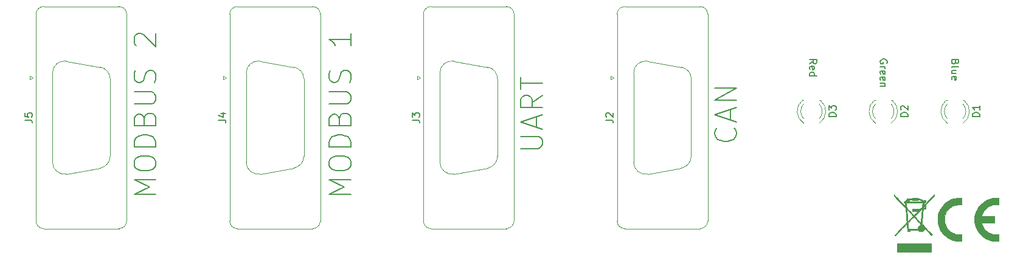
<source format=gbr>
%TF.GenerationSoftware,KiCad,Pcbnew,7.0.10*%
%TF.CreationDate,2024-07-06T13:48:58+02:00*%
%TF.ProjectId,OverlordInterface,4f766572-6c6f-4726-9449-6e7465726661,rev?*%
%TF.SameCoordinates,Original*%
%TF.FileFunction,Legend,Top*%
%TF.FilePolarity,Positive*%
%FSLAX46Y46*%
G04 Gerber Fmt 4.6, Leading zero omitted, Abs format (unit mm)*
G04 Created by KiCad (PCBNEW 7.0.10) date 2024-07-06 13:48:58*
%MOMM*%
%LPD*%
G01*
G04 APERTURE LIST*
%ADD10C,0.150000*%
%ADD11C,0.120000*%
%ADD12C,0.010000*%
%ADD13R,1.800000X1.800000*%
%ADD14C,1.800000*%
%ADD15C,4.000000*%
%ADD16R,1.600000X1.600000*%
%ADD17C,1.600000*%
G04 APERTURE END LIST*
D10*
X161365057Y-97524173D02*
X163793628Y-97524173D01*
X163793628Y-97524173D02*
X164079342Y-97381316D01*
X164079342Y-97381316D02*
X164222200Y-97238459D01*
X164222200Y-97238459D02*
X164365057Y-96952744D01*
X164365057Y-96952744D02*
X164365057Y-96381316D01*
X164365057Y-96381316D02*
X164222200Y-96095601D01*
X164222200Y-96095601D02*
X164079342Y-95952744D01*
X164079342Y-95952744D02*
X163793628Y-95809887D01*
X163793628Y-95809887D02*
X161365057Y-95809887D01*
X163507914Y-94524173D02*
X163507914Y-93095602D01*
X164365057Y-94809887D02*
X161365057Y-93809887D01*
X161365057Y-93809887D02*
X164365057Y-92809887D01*
X164365057Y-90095601D02*
X162936485Y-91095601D01*
X164365057Y-91809887D02*
X161365057Y-91809887D01*
X161365057Y-91809887D02*
X161365057Y-90667030D01*
X161365057Y-90667030D02*
X161507914Y-90381315D01*
X161507914Y-90381315D02*
X161650771Y-90238458D01*
X161650771Y-90238458D02*
X161936485Y-90095601D01*
X161936485Y-90095601D02*
X162365057Y-90095601D01*
X162365057Y-90095601D02*
X162650771Y-90238458D01*
X162650771Y-90238458D02*
X162793628Y-90381315D01*
X162793628Y-90381315D02*
X162936485Y-90667030D01*
X162936485Y-90667030D02*
X162936485Y-91809887D01*
X161365057Y-89238458D02*
X161365057Y-87524173D01*
X164365057Y-88381315D02*
X161365057Y-88381315D01*
X191099342Y-94667030D02*
X191242200Y-94809887D01*
X191242200Y-94809887D02*
X191385057Y-95238459D01*
X191385057Y-95238459D02*
X191385057Y-95524173D01*
X191385057Y-95524173D02*
X191242200Y-95952744D01*
X191242200Y-95952744D02*
X190956485Y-96238459D01*
X190956485Y-96238459D02*
X190670771Y-96381316D01*
X190670771Y-96381316D02*
X190099342Y-96524173D01*
X190099342Y-96524173D02*
X189670771Y-96524173D01*
X189670771Y-96524173D02*
X189099342Y-96381316D01*
X189099342Y-96381316D02*
X188813628Y-96238459D01*
X188813628Y-96238459D02*
X188527914Y-95952744D01*
X188527914Y-95952744D02*
X188385057Y-95524173D01*
X188385057Y-95524173D02*
X188385057Y-95238459D01*
X188385057Y-95238459D02*
X188527914Y-94809887D01*
X188527914Y-94809887D02*
X188670771Y-94667030D01*
X190527914Y-93524173D02*
X190527914Y-92095602D01*
X191385057Y-93809887D02*
X188385057Y-92809887D01*
X188385057Y-92809887D02*
X191385057Y-91809887D01*
X191385057Y-90809887D02*
X188385057Y-90809887D01*
X188385057Y-90809887D02*
X191385057Y-89095601D01*
X191385057Y-89095601D02*
X188385057Y-89095601D01*
X221863990Y-85430112D02*
X221816371Y-85572969D01*
X221816371Y-85572969D02*
X221768752Y-85620588D01*
X221768752Y-85620588D02*
X221673514Y-85668207D01*
X221673514Y-85668207D02*
X221530657Y-85668207D01*
X221530657Y-85668207D02*
X221435419Y-85620588D01*
X221435419Y-85620588D02*
X221387800Y-85572969D01*
X221387800Y-85572969D02*
X221340180Y-85477731D01*
X221340180Y-85477731D02*
X221340180Y-85096779D01*
X221340180Y-85096779D02*
X222340180Y-85096779D01*
X222340180Y-85096779D02*
X222340180Y-85430112D01*
X222340180Y-85430112D02*
X222292561Y-85525350D01*
X222292561Y-85525350D02*
X222244942Y-85572969D01*
X222244942Y-85572969D02*
X222149704Y-85620588D01*
X222149704Y-85620588D02*
X222054466Y-85620588D01*
X222054466Y-85620588D02*
X221959228Y-85572969D01*
X221959228Y-85572969D02*
X221911609Y-85525350D01*
X221911609Y-85525350D02*
X221863990Y-85430112D01*
X221863990Y-85430112D02*
X221863990Y-85096779D01*
X221340180Y-86239636D02*
X221387800Y-86144398D01*
X221387800Y-86144398D02*
X221483038Y-86096779D01*
X221483038Y-86096779D02*
X222340180Y-86096779D01*
X222006847Y-87049160D02*
X221340180Y-87049160D01*
X222006847Y-86620589D02*
X221483038Y-86620589D01*
X221483038Y-86620589D02*
X221387800Y-86668208D01*
X221387800Y-86668208D02*
X221340180Y-86763446D01*
X221340180Y-86763446D02*
X221340180Y-86906303D01*
X221340180Y-86906303D02*
X221387800Y-87001541D01*
X221387800Y-87001541D02*
X221435419Y-87049160D01*
X221387800Y-87906303D02*
X221340180Y-87811065D01*
X221340180Y-87811065D02*
X221340180Y-87620589D01*
X221340180Y-87620589D02*
X221387800Y-87525351D01*
X221387800Y-87525351D02*
X221483038Y-87477732D01*
X221483038Y-87477732D02*
X221863990Y-87477732D01*
X221863990Y-87477732D02*
X221959228Y-87525351D01*
X221959228Y-87525351D02*
X222006847Y-87620589D01*
X222006847Y-87620589D02*
X222006847Y-87811065D01*
X222006847Y-87811065D02*
X221959228Y-87906303D01*
X221959228Y-87906303D02*
X221863990Y-87953922D01*
X221863990Y-87953922D02*
X221768752Y-87953922D01*
X221768752Y-87953922D02*
X221673514Y-87477732D01*
X212352561Y-85620588D02*
X212400180Y-85525350D01*
X212400180Y-85525350D02*
X212400180Y-85382493D01*
X212400180Y-85382493D02*
X212352561Y-85239636D01*
X212352561Y-85239636D02*
X212257323Y-85144398D01*
X212257323Y-85144398D02*
X212162085Y-85096779D01*
X212162085Y-85096779D02*
X211971609Y-85049160D01*
X211971609Y-85049160D02*
X211828752Y-85049160D01*
X211828752Y-85049160D02*
X211638276Y-85096779D01*
X211638276Y-85096779D02*
X211543038Y-85144398D01*
X211543038Y-85144398D02*
X211447800Y-85239636D01*
X211447800Y-85239636D02*
X211400180Y-85382493D01*
X211400180Y-85382493D02*
X211400180Y-85477731D01*
X211400180Y-85477731D02*
X211447800Y-85620588D01*
X211447800Y-85620588D02*
X211495419Y-85668207D01*
X211495419Y-85668207D02*
X211828752Y-85668207D01*
X211828752Y-85668207D02*
X211828752Y-85477731D01*
X211400180Y-86096779D02*
X212066847Y-86096779D01*
X211876371Y-86096779D02*
X211971609Y-86144398D01*
X211971609Y-86144398D02*
X212019228Y-86192017D01*
X212019228Y-86192017D02*
X212066847Y-86287255D01*
X212066847Y-86287255D02*
X212066847Y-86382493D01*
X211447800Y-87096779D02*
X211400180Y-87001541D01*
X211400180Y-87001541D02*
X211400180Y-86811065D01*
X211400180Y-86811065D02*
X211447800Y-86715827D01*
X211447800Y-86715827D02*
X211543038Y-86668208D01*
X211543038Y-86668208D02*
X211923990Y-86668208D01*
X211923990Y-86668208D02*
X212019228Y-86715827D01*
X212019228Y-86715827D02*
X212066847Y-86811065D01*
X212066847Y-86811065D02*
X212066847Y-87001541D01*
X212066847Y-87001541D02*
X212019228Y-87096779D01*
X212019228Y-87096779D02*
X211923990Y-87144398D01*
X211923990Y-87144398D02*
X211828752Y-87144398D01*
X211828752Y-87144398D02*
X211733514Y-86668208D01*
X211447800Y-87953922D02*
X211400180Y-87858684D01*
X211400180Y-87858684D02*
X211400180Y-87668208D01*
X211400180Y-87668208D02*
X211447800Y-87572970D01*
X211447800Y-87572970D02*
X211543038Y-87525351D01*
X211543038Y-87525351D02*
X211923990Y-87525351D01*
X211923990Y-87525351D02*
X212019228Y-87572970D01*
X212019228Y-87572970D02*
X212066847Y-87668208D01*
X212066847Y-87668208D02*
X212066847Y-87858684D01*
X212066847Y-87858684D02*
X212019228Y-87953922D01*
X212019228Y-87953922D02*
X211923990Y-88001541D01*
X211923990Y-88001541D02*
X211828752Y-88001541D01*
X211828752Y-88001541D02*
X211733514Y-87525351D01*
X212066847Y-88430113D02*
X211400180Y-88430113D01*
X211971609Y-88430113D02*
X212019228Y-88477732D01*
X212019228Y-88477732D02*
X212066847Y-88572970D01*
X212066847Y-88572970D02*
X212066847Y-88715827D01*
X212066847Y-88715827D02*
X212019228Y-88811065D01*
X212019228Y-88811065D02*
X211923990Y-88858684D01*
X211923990Y-88858684D02*
X211400180Y-88858684D01*
X137685057Y-103881316D02*
X134685057Y-103881316D01*
X134685057Y-103881316D02*
X136827914Y-102881316D01*
X136827914Y-102881316D02*
X134685057Y-101881316D01*
X134685057Y-101881316D02*
X137685057Y-101881316D01*
X134685057Y-99881316D02*
X134685057Y-99309888D01*
X134685057Y-99309888D02*
X134827914Y-99024173D01*
X134827914Y-99024173D02*
X135113628Y-98738459D01*
X135113628Y-98738459D02*
X135685057Y-98595602D01*
X135685057Y-98595602D02*
X136685057Y-98595602D01*
X136685057Y-98595602D02*
X137256485Y-98738459D01*
X137256485Y-98738459D02*
X137542200Y-99024173D01*
X137542200Y-99024173D02*
X137685057Y-99309888D01*
X137685057Y-99309888D02*
X137685057Y-99881316D01*
X137685057Y-99881316D02*
X137542200Y-100167031D01*
X137542200Y-100167031D02*
X137256485Y-100452745D01*
X137256485Y-100452745D02*
X136685057Y-100595602D01*
X136685057Y-100595602D02*
X135685057Y-100595602D01*
X135685057Y-100595602D02*
X135113628Y-100452745D01*
X135113628Y-100452745D02*
X134827914Y-100167031D01*
X134827914Y-100167031D02*
X134685057Y-99881316D01*
X137685057Y-97309888D02*
X134685057Y-97309888D01*
X134685057Y-97309888D02*
X134685057Y-96595602D01*
X134685057Y-96595602D02*
X134827914Y-96167031D01*
X134827914Y-96167031D02*
X135113628Y-95881316D01*
X135113628Y-95881316D02*
X135399342Y-95738459D01*
X135399342Y-95738459D02*
X135970771Y-95595602D01*
X135970771Y-95595602D02*
X136399342Y-95595602D01*
X136399342Y-95595602D02*
X136970771Y-95738459D01*
X136970771Y-95738459D02*
X137256485Y-95881316D01*
X137256485Y-95881316D02*
X137542200Y-96167031D01*
X137542200Y-96167031D02*
X137685057Y-96595602D01*
X137685057Y-96595602D02*
X137685057Y-97309888D01*
X136113628Y-93309888D02*
X136256485Y-92881316D01*
X136256485Y-92881316D02*
X136399342Y-92738459D01*
X136399342Y-92738459D02*
X136685057Y-92595602D01*
X136685057Y-92595602D02*
X137113628Y-92595602D01*
X137113628Y-92595602D02*
X137399342Y-92738459D01*
X137399342Y-92738459D02*
X137542200Y-92881316D01*
X137542200Y-92881316D02*
X137685057Y-93167031D01*
X137685057Y-93167031D02*
X137685057Y-94309888D01*
X137685057Y-94309888D02*
X134685057Y-94309888D01*
X134685057Y-94309888D02*
X134685057Y-93309888D01*
X134685057Y-93309888D02*
X134827914Y-93024174D01*
X134827914Y-93024174D02*
X134970771Y-92881316D01*
X134970771Y-92881316D02*
X135256485Y-92738459D01*
X135256485Y-92738459D02*
X135542200Y-92738459D01*
X135542200Y-92738459D02*
X135827914Y-92881316D01*
X135827914Y-92881316D02*
X135970771Y-93024174D01*
X135970771Y-93024174D02*
X136113628Y-93309888D01*
X136113628Y-93309888D02*
X136113628Y-94309888D01*
X134685057Y-91309888D02*
X137113628Y-91309888D01*
X137113628Y-91309888D02*
X137399342Y-91167031D01*
X137399342Y-91167031D02*
X137542200Y-91024174D01*
X137542200Y-91024174D02*
X137685057Y-90738459D01*
X137685057Y-90738459D02*
X137685057Y-90167031D01*
X137685057Y-90167031D02*
X137542200Y-89881316D01*
X137542200Y-89881316D02*
X137399342Y-89738459D01*
X137399342Y-89738459D02*
X137113628Y-89595602D01*
X137113628Y-89595602D02*
X134685057Y-89595602D01*
X137542200Y-88309888D02*
X137685057Y-87881317D01*
X137685057Y-87881317D02*
X137685057Y-87167031D01*
X137685057Y-87167031D02*
X137542200Y-86881317D01*
X137542200Y-86881317D02*
X137399342Y-86738459D01*
X137399342Y-86738459D02*
X137113628Y-86595602D01*
X137113628Y-86595602D02*
X136827914Y-86595602D01*
X136827914Y-86595602D02*
X136542200Y-86738459D01*
X136542200Y-86738459D02*
X136399342Y-86881317D01*
X136399342Y-86881317D02*
X136256485Y-87167031D01*
X136256485Y-87167031D02*
X136113628Y-87738459D01*
X136113628Y-87738459D02*
X135970771Y-88024174D01*
X135970771Y-88024174D02*
X135827914Y-88167031D01*
X135827914Y-88167031D02*
X135542200Y-88309888D01*
X135542200Y-88309888D02*
X135256485Y-88309888D01*
X135256485Y-88309888D02*
X134970771Y-88167031D01*
X134970771Y-88167031D02*
X134827914Y-88024174D01*
X134827914Y-88024174D02*
X134685057Y-87738459D01*
X134685057Y-87738459D02*
X134685057Y-87024174D01*
X134685057Y-87024174D02*
X134827914Y-86595602D01*
X137685057Y-81452745D02*
X137685057Y-83167031D01*
X137685057Y-82309888D02*
X134685057Y-82309888D01*
X134685057Y-82309888D02*
X135113628Y-82595602D01*
X135113628Y-82595602D02*
X135399342Y-82881317D01*
X135399342Y-82881317D02*
X135542200Y-83167031D01*
X110545057Y-103881316D02*
X107545057Y-103881316D01*
X107545057Y-103881316D02*
X109687914Y-102881316D01*
X109687914Y-102881316D02*
X107545057Y-101881316D01*
X107545057Y-101881316D02*
X110545057Y-101881316D01*
X107545057Y-99881316D02*
X107545057Y-99309888D01*
X107545057Y-99309888D02*
X107687914Y-99024173D01*
X107687914Y-99024173D02*
X107973628Y-98738459D01*
X107973628Y-98738459D02*
X108545057Y-98595602D01*
X108545057Y-98595602D02*
X109545057Y-98595602D01*
X109545057Y-98595602D02*
X110116485Y-98738459D01*
X110116485Y-98738459D02*
X110402200Y-99024173D01*
X110402200Y-99024173D02*
X110545057Y-99309888D01*
X110545057Y-99309888D02*
X110545057Y-99881316D01*
X110545057Y-99881316D02*
X110402200Y-100167031D01*
X110402200Y-100167031D02*
X110116485Y-100452745D01*
X110116485Y-100452745D02*
X109545057Y-100595602D01*
X109545057Y-100595602D02*
X108545057Y-100595602D01*
X108545057Y-100595602D02*
X107973628Y-100452745D01*
X107973628Y-100452745D02*
X107687914Y-100167031D01*
X107687914Y-100167031D02*
X107545057Y-99881316D01*
X110545057Y-97309888D02*
X107545057Y-97309888D01*
X107545057Y-97309888D02*
X107545057Y-96595602D01*
X107545057Y-96595602D02*
X107687914Y-96167031D01*
X107687914Y-96167031D02*
X107973628Y-95881316D01*
X107973628Y-95881316D02*
X108259342Y-95738459D01*
X108259342Y-95738459D02*
X108830771Y-95595602D01*
X108830771Y-95595602D02*
X109259342Y-95595602D01*
X109259342Y-95595602D02*
X109830771Y-95738459D01*
X109830771Y-95738459D02*
X110116485Y-95881316D01*
X110116485Y-95881316D02*
X110402200Y-96167031D01*
X110402200Y-96167031D02*
X110545057Y-96595602D01*
X110545057Y-96595602D02*
X110545057Y-97309888D01*
X108973628Y-93309888D02*
X109116485Y-92881316D01*
X109116485Y-92881316D02*
X109259342Y-92738459D01*
X109259342Y-92738459D02*
X109545057Y-92595602D01*
X109545057Y-92595602D02*
X109973628Y-92595602D01*
X109973628Y-92595602D02*
X110259342Y-92738459D01*
X110259342Y-92738459D02*
X110402200Y-92881316D01*
X110402200Y-92881316D02*
X110545057Y-93167031D01*
X110545057Y-93167031D02*
X110545057Y-94309888D01*
X110545057Y-94309888D02*
X107545057Y-94309888D01*
X107545057Y-94309888D02*
X107545057Y-93309888D01*
X107545057Y-93309888D02*
X107687914Y-93024174D01*
X107687914Y-93024174D02*
X107830771Y-92881316D01*
X107830771Y-92881316D02*
X108116485Y-92738459D01*
X108116485Y-92738459D02*
X108402200Y-92738459D01*
X108402200Y-92738459D02*
X108687914Y-92881316D01*
X108687914Y-92881316D02*
X108830771Y-93024174D01*
X108830771Y-93024174D02*
X108973628Y-93309888D01*
X108973628Y-93309888D02*
X108973628Y-94309888D01*
X107545057Y-91309888D02*
X109973628Y-91309888D01*
X109973628Y-91309888D02*
X110259342Y-91167031D01*
X110259342Y-91167031D02*
X110402200Y-91024174D01*
X110402200Y-91024174D02*
X110545057Y-90738459D01*
X110545057Y-90738459D02*
X110545057Y-90167031D01*
X110545057Y-90167031D02*
X110402200Y-89881316D01*
X110402200Y-89881316D02*
X110259342Y-89738459D01*
X110259342Y-89738459D02*
X109973628Y-89595602D01*
X109973628Y-89595602D02*
X107545057Y-89595602D01*
X110402200Y-88309888D02*
X110545057Y-87881317D01*
X110545057Y-87881317D02*
X110545057Y-87167031D01*
X110545057Y-87167031D02*
X110402200Y-86881317D01*
X110402200Y-86881317D02*
X110259342Y-86738459D01*
X110259342Y-86738459D02*
X109973628Y-86595602D01*
X109973628Y-86595602D02*
X109687914Y-86595602D01*
X109687914Y-86595602D02*
X109402200Y-86738459D01*
X109402200Y-86738459D02*
X109259342Y-86881317D01*
X109259342Y-86881317D02*
X109116485Y-87167031D01*
X109116485Y-87167031D02*
X108973628Y-87738459D01*
X108973628Y-87738459D02*
X108830771Y-88024174D01*
X108830771Y-88024174D02*
X108687914Y-88167031D01*
X108687914Y-88167031D02*
X108402200Y-88309888D01*
X108402200Y-88309888D02*
X108116485Y-88309888D01*
X108116485Y-88309888D02*
X107830771Y-88167031D01*
X107830771Y-88167031D02*
X107687914Y-88024174D01*
X107687914Y-88024174D02*
X107545057Y-87738459D01*
X107545057Y-87738459D02*
X107545057Y-87024174D01*
X107545057Y-87024174D02*
X107687914Y-86595602D01*
X107830771Y-83167031D02*
X107687914Y-83024174D01*
X107687914Y-83024174D02*
X107545057Y-82738460D01*
X107545057Y-82738460D02*
X107545057Y-82024174D01*
X107545057Y-82024174D02*
X107687914Y-81738460D01*
X107687914Y-81738460D02*
X107830771Y-81595602D01*
X107830771Y-81595602D02*
X108116485Y-81452745D01*
X108116485Y-81452745D02*
X108402200Y-81452745D01*
X108402200Y-81452745D02*
X108830771Y-81595602D01*
X108830771Y-81595602D02*
X110545057Y-83309888D01*
X110545057Y-83309888D02*
X110545057Y-81452745D01*
X201560180Y-85668207D02*
X202036371Y-85334874D01*
X201560180Y-85096779D02*
X202560180Y-85096779D01*
X202560180Y-85096779D02*
X202560180Y-85477731D01*
X202560180Y-85477731D02*
X202512561Y-85572969D01*
X202512561Y-85572969D02*
X202464942Y-85620588D01*
X202464942Y-85620588D02*
X202369704Y-85668207D01*
X202369704Y-85668207D02*
X202226847Y-85668207D01*
X202226847Y-85668207D02*
X202131609Y-85620588D01*
X202131609Y-85620588D02*
X202083990Y-85572969D01*
X202083990Y-85572969D02*
X202036371Y-85477731D01*
X202036371Y-85477731D02*
X202036371Y-85096779D01*
X201607800Y-86477731D02*
X201560180Y-86382493D01*
X201560180Y-86382493D02*
X201560180Y-86192017D01*
X201560180Y-86192017D02*
X201607800Y-86096779D01*
X201607800Y-86096779D02*
X201703038Y-86049160D01*
X201703038Y-86049160D02*
X202083990Y-86049160D01*
X202083990Y-86049160D02*
X202179228Y-86096779D01*
X202179228Y-86096779D02*
X202226847Y-86192017D01*
X202226847Y-86192017D02*
X202226847Y-86382493D01*
X202226847Y-86382493D02*
X202179228Y-86477731D01*
X202179228Y-86477731D02*
X202083990Y-86525350D01*
X202083990Y-86525350D02*
X201988752Y-86525350D01*
X201988752Y-86525350D02*
X201893514Y-86049160D01*
X201560180Y-87382493D02*
X202560180Y-87382493D01*
X201607800Y-87382493D02*
X201560180Y-87287255D01*
X201560180Y-87287255D02*
X201560180Y-87096779D01*
X201560180Y-87096779D02*
X201607800Y-87001541D01*
X201607800Y-87001541D02*
X201655419Y-86953922D01*
X201655419Y-86953922D02*
X201750657Y-86906303D01*
X201750657Y-86906303D02*
X202036371Y-86906303D01*
X202036371Y-86906303D02*
X202131609Y-86953922D01*
X202131609Y-86953922D02*
X202179228Y-87001541D01*
X202179228Y-87001541D02*
X202226847Y-87096779D01*
X202226847Y-87096779D02*
X202226847Y-87287255D01*
X202226847Y-87287255D02*
X202179228Y-87382493D01*
X215244819Y-93063094D02*
X214244819Y-93063094D01*
X214244819Y-93063094D02*
X214244819Y-92824999D01*
X214244819Y-92824999D02*
X214292438Y-92682142D01*
X214292438Y-92682142D02*
X214387676Y-92586904D01*
X214387676Y-92586904D02*
X214482914Y-92539285D01*
X214482914Y-92539285D02*
X214673390Y-92491666D01*
X214673390Y-92491666D02*
X214816247Y-92491666D01*
X214816247Y-92491666D02*
X215006723Y-92539285D01*
X215006723Y-92539285D02*
X215101961Y-92586904D01*
X215101961Y-92586904D02*
X215197200Y-92682142D01*
X215197200Y-92682142D02*
X215244819Y-92824999D01*
X215244819Y-92824999D02*
X215244819Y-93063094D01*
X214340057Y-92110713D02*
X214292438Y-92063094D01*
X214292438Y-92063094D02*
X214244819Y-91967856D01*
X214244819Y-91967856D02*
X214244819Y-91729761D01*
X214244819Y-91729761D02*
X214292438Y-91634523D01*
X214292438Y-91634523D02*
X214340057Y-91586904D01*
X214340057Y-91586904D02*
X214435295Y-91539285D01*
X214435295Y-91539285D02*
X214530533Y-91539285D01*
X214530533Y-91539285D02*
X214673390Y-91586904D01*
X214673390Y-91586904D02*
X215244819Y-92158332D01*
X215244819Y-92158332D02*
X215244819Y-91539285D01*
X225244819Y-93063094D02*
X224244819Y-93063094D01*
X224244819Y-93063094D02*
X224244819Y-92824999D01*
X224244819Y-92824999D02*
X224292438Y-92682142D01*
X224292438Y-92682142D02*
X224387676Y-92586904D01*
X224387676Y-92586904D02*
X224482914Y-92539285D01*
X224482914Y-92539285D02*
X224673390Y-92491666D01*
X224673390Y-92491666D02*
X224816247Y-92491666D01*
X224816247Y-92491666D02*
X225006723Y-92539285D01*
X225006723Y-92539285D02*
X225101961Y-92586904D01*
X225101961Y-92586904D02*
X225197200Y-92682142D01*
X225197200Y-92682142D02*
X225244819Y-92824999D01*
X225244819Y-92824999D02*
X225244819Y-93063094D01*
X225244819Y-91539285D02*
X225244819Y-92110713D01*
X225244819Y-91824999D02*
X224244819Y-91824999D01*
X224244819Y-91824999D02*
X224387676Y-91920237D01*
X224387676Y-91920237D02*
X224482914Y-92015475D01*
X224482914Y-92015475D02*
X224530533Y-92110713D01*
X92334819Y-93528333D02*
X93049104Y-93528333D01*
X93049104Y-93528333D02*
X93191961Y-93575952D01*
X93191961Y-93575952D02*
X93287200Y-93671190D01*
X93287200Y-93671190D02*
X93334819Y-93814047D01*
X93334819Y-93814047D02*
X93334819Y-93909285D01*
X92334819Y-92575952D02*
X92334819Y-93052142D01*
X92334819Y-93052142D02*
X92811009Y-93099761D01*
X92811009Y-93099761D02*
X92763390Y-93052142D01*
X92763390Y-93052142D02*
X92715771Y-92956904D01*
X92715771Y-92956904D02*
X92715771Y-92718809D01*
X92715771Y-92718809D02*
X92763390Y-92623571D01*
X92763390Y-92623571D02*
X92811009Y-92575952D01*
X92811009Y-92575952D02*
X92906247Y-92528333D01*
X92906247Y-92528333D02*
X93144342Y-92528333D01*
X93144342Y-92528333D02*
X93239580Y-92575952D01*
X93239580Y-92575952D02*
X93287200Y-92623571D01*
X93287200Y-92623571D02*
X93334819Y-92718809D01*
X93334819Y-92718809D02*
X93334819Y-92956904D01*
X93334819Y-92956904D02*
X93287200Y-93052142D01*
X93287200Y-93052142D02*
X93239580Y-93099761D01*
X173224819Y-93528333D02*
X173939104Y-93528333D01*
X173939104Y-93528333D02*
X174081961Y-93575952D01*
X174081961Y-93575952D02*
X174177200Y-93671190D01*
X174177200Y-93671190D02*
X174224819Y-93814047D01*
X174224819Y-93814047D02*
X174224819Y-93909285D01*
X173320057Y-93099761D02*
X173272438Y-93052142D01*
X173272438Y-93052142D02*
X173224819Y-92956904D01*
X173224819Y-92956904D02*
X173224819Y-92718809D01*
X173224819Y-92718809D02*
X173272438Y-92623571D01*
X173272438Y-92623571D02*
X173320057Y-92575952D01*
X173320057Y-92575952D02*
X173415295Y-92528333D01*
X173415295Y-92528333D02*
X173510533Y-92528333D01*
X173510533Y-92528333D02*
X173653390Y-92575952D01*
X173653390Y-92575952D02*
X174224819Y-93147380D01*
X174224819Y-93147380D02*
X174224819Y-92528333D01*
X119298152Y-93528333D02*
X120012437Y-93528333D01*
X120012437Y-93528333D02*
X120155294Y-93575952D01*
X120155294Y-93575952D02*
X120250533Y-93671190D01*
X120250533Y-93671190D02*
X120298152Y-93814047D01*
X120298152Y-93814047D02*
X120298152Y-93909285D01*
X119631485Y-92623571D02*
X120298152Y-92623571D01*
X119250533Y-92861666D02*
X119964818Y-93099761D01*
X119964818Y-93099761D02*
X119964818Y-92480714D01*
X146261485Y-93528333D02*
X146975770Y-93528333D01*
X146975770Y-93528333D02*
X147118627Y-93575952D01*
X147118627Y-93575952D02*
X147213866Y-93671190D01*
X147213866Y-93671190D02*
X147261485Y-93814047D01*
X147261485Y-93814047D02*
X147261485Y-93909285D01*
X146261485Y-93147380D02*
X146261485Y-92528333D01*
X146261485Y-92528333D02*
X146642437Y-92861666D01*
X146642437Y-92861666D02*
X146642437Y-92718809D01*
X146642437Y-92718809D02*
X146690056Y-92623571D01*
X146690056Y-92623571D02*
X146737675Y-92575952D01*
X146737675Y-92575952D02*
X146832913Y-92528333D01*
X146832913Y-92528333D02*
X147071008Y-92528333D01*
X147071008Y-92528333D02*
X147166246Y-92575952D01*
X147166246Y-92575952D02*
X147213866Y-92623571D01*
X147213866Y-92623571D02*
X147261485Y-92718809D01*
X147261485Y-92718809D02*
X147261485Y-93004523D01*
X147261485Y-93004523D02*
X147213866Y-93099761D01*
X147213866Y-93099761D02*
X147166246Y-93147380D01*
X205244819Y-93063094D02*
X204244819Y-93063094D01*
X204244819Y-93063094D02*
X204244819Y-92824999D01*
X204244819Y-92824999D02*
X204292438Y-92682142D01*
X204292438Y-92682142D02*
X204387676Y-92586904D01*
X204387676Y-92586904D02*
X204482914Y-92539285D01*
X204482914Y-92539285D02*
X204673390Y-92491666D01*
X204673390Y-92491666D02*
X204816247Y-92491666D01*
X204816247Y-92491666D02*
X205006723Y-92539285D01*
X205006723Y-92539285D02*
X205101961Y-92586904D01*
X205101961Y-92586904D02*
X205197200Y-92682142D01*
X205197200Y-92682142D02*
X205244819Y-92824999D01*
X205244819Y-92824999D02*
X205244819Y-93063094D01*
X204244819Y-92158332D02*
X204244819Y-91539285D01*
X204244819Y-91539285D02*
X204625771Y-91872618D01*
X204625771Y-91872618D02*
X204625771Y-91729761D01*
X204625771Y-91729761D02*
X204673390Y-91634523D01*
X204673390Y-91634523D02*
X204721009Y-91586904D01*
X204721009Y-91586904D02*
X204816247Y-91539285D01*
X204816247Y-91539285D02*
X205054342Y-91539285D01*
X205054342Y-91539285D02*
X205149580Y-91586904D01*
X205149580Y-91586904D02*
X205197200Y-91634523D01*
X205197200Y-91634523D02*
X205244819Y-91729761D01*
X205244819Y-91729761D02*
X205244819Y-92015475D01*
X205244819Y-92015475D02*
X205197200Y-92110713D01*
X205197200Y-92110713D02*
X205149580Y-92158332D01*
D11*
%TO.C,D2*%
X213066000Y-90765000D02*
X212910000Y-90765000D01*
X210750000Y-90765000D02*
X210594000Y-90765000D01*
X212908608Y-93997334D02*
G75*
G03*
X213065515Y-90765001I-1078608J1672334D01*
G01*
X212909836Y-93366129D02*
G75*
G03*
X212909999Y-91284040I-1079836J1041129D01*
G01*
X210750001Y-91284040D02*
G75*
G03*
X210750164Y-93366129I1079999J-1040960D01*
G01*
X210594485Y-90765001D02*
G75*
G03*
X210751392Y-93997334I1235515J-1559999D01*
G01*
%TO.C,D1*%
X223066000Y-90765000D02*
X222910000Y-90765000D01*
X220750000Y-90765000D02*
X220594000Y-90765000D01*
X222908608Y-93997334D02*
G75*
G03*
X223065515Y-90765001I-1078608J1672334D01*
G01*
X222909836Y-93366129D02*
G75*
G03*
X222909999Y-91284040I-1079836J1041129D01*
G01*
X220750001Y-91284040D02*
G75*
G03*
X220750164Y-93366129I1079999J-1040960D01*
G01*
X220594485Y-90765001D02*
G75*
G03*
X220751392Y-93997334I1235515J-1559999D01*
G01*
%TO.C,J5*%
X105440000Y-108680000D02*
X94940000Y-108680000D01*
X93880000Y-107620000D02*
X93880000Y-78770000D01*
X98128256Y-101061470D02*
X102828256Y-100232733D01*
X96180000Y-99426689D02*
X96180000Y-86963311D01*
X104200000Y-98597952D02*
X104200000Y-87792048D01*
X92985662Y-87905000D02*
X92985662Y-87405000D01*
X93418675Y-87655000D02*
X92985662Y-87905000D01*
X92985662Y-87405000D02*
X93418675Y-87655000D01*
X98128256Y-85328530D02*
X102828256Y-86157267D01*
X106500000Y-78770000D02*
X106500000Y-107620000D01*
X94940000Y-77710000D02*
X105440000Y-77710000D01*
X93880000Y-107620000D02*
G75*
G03*
X94940000Y-108680000I1060001J1D01*
G01*
X105440000Y-108680000D02*
G75*
G03*
X106500000Y-107620000I-1J1060001D01*
G01*
X96180000Y-99426689D02*
G75*
G03*
X98128256Y-101061470I1659999J-1D01*
G01*
X102828256Y-100232734D02*
G75*
G03*
X104200000Y-98597952I-288257J1634782D01*
G01*
X98128256Y-85328529D02*
G75*
G03*
X96180000Y-86963311I-288256J-1634781D01*
G01*
X104199999Y-87792048D02*
G75*
G03*
X102828256Y-86157268I-1659998J1D01*
G01*
X94940000Y-77710000D02*
G75*
G03*
X93880000Y-78770000I0J-1060000D01*
G01*
X106500000Y-78770000D02*
G75*
G03*
X105440000Y-77710000I-1060000J0D01*
G01*
%TO.C,J2*%
X186330000Y-108680000D02*
X175830000Y-108680000D01*
X174770000Y-107620000D02*
X174770000Y-78770000D01*
X179018256Y-101061470D02*
X183718256Y-100232733D01*
X177070000Y-99426689D02*
X177070000Y-86963311D01*
X185090000Y-98597952D02*
X185090000Y-87792048D01*
X173875662Y-87905000D02*
X173875662Y-87405000D01*
X174308675Y-87655000D02*
X173875662Y-87905000D01*
X173875662Y-87405000D02*
X174308675Y-87655000D01*
X179018256Y-85328530D02*
X183718256Y-86157267D01*
X187390000Y-78770000D02*
X187390000Y-107620000D01*
X175830000Y-77710000D02*
X186330000Y-77710000D01*
X174770000Y-107620000D02*
G75*
G03*
X175830000Y-108680000I1060001J1D01*
G01*
X186330000Y-108680000D02*
G75*
G03*
X187390000Y-107620000I-1J1060001D01*
G01*
X177070000Y-99426689D02*
G75*
G03*
X179018256Y-101061470I1659999J-1D01*
G01*
X183718256Y-100232734D02*
G75*
G03*
X185090000Y-98597952I-288257J1634782D01*
G01*
X179018256Y-85328529D02*
G75*
G03*
X177070000Y-86963311I-288256J-1634781D01*
G01*
X185089999Y-87792048D02*
G75*
G03*
X183718256Y-86157268I-1659998J1D01*
G01*
X175830000Y-77710000D02*
G75*
G03*
X174770000Y-78770000I0J-1060000D01*
G01*
X187390000Y-78770000D02*
G75*
G03*
X186330000Y-77710000I-1060000J0D01*
G01*
%TO.C,J4*%
X132403333Y-108680000D02*
X121903333Y-108680000D01*
X120843333Y-107620000D02*
X120843333Y-78770000D01*
X125091589Y-101061470D02*
X129791589Y-100232733D01*
X123143333Y-99426689D02*
X123143333Y-86963311D01*
X131163333Y-98597952D02*
X131163333Y-87792048D01*
X119948995Y-87905000D02*
X119948995Y-87405000D01*
X120382008Y-87655000D02*
X119948995Y-87905000D01*
X119948995Y-87405000D02*
X120382008Y-87655000D01*
X125091589Y-85328530D02*
X129791589Y-86157267D01*
X133463333Y-78770000D02*
X133463333Y-107620000D01*
X121903333Y-77710000D02*
X132403333Y-77710000D01*
X120843333Y-107620000D02*
G75*
G03*
X121903333Y-108680000I1060001J1D01*
G01*
X132403333Y-108680000D02*
G75*
G03*
X133463333Y-107620000I-1J1060001D01*
G01*
X123143333Y-99426689D02*
G75*
G03*
X125091589Y-101061470I1659999J-1D01*
G01*
X129791589Y-100232734D02*
G75*
G03*
X131163333Y-98597952I-288257J1634782D01*
G01*
X125091589Y-85328529D02*
G75*
G03*
X123143333Y-86963311I-288256J-1634781D01*
G01*
X131163332Y-87792048D02*
G75*
G03*
X129791589Y-86157268I-1659998J1D01*
G01*
X121903333Y-77710000D02*
G75*
G03*
X120843333Y-78770000I0J-1060000D01*
G01*
X133463333Y-78770000D02*
G75*
G03*
X132403333Y-77710000I-1060000J0D01*
G01*
%TO.C,J3*%
X159366666Y-108680000D02*
X148866666Y-108680000D01*
X147806666Y-107620000D02*
X147806666Y-78770000D01*
X152054922Y-101061470D02*
X156754922Y-100232733D01*
X150106666Y-99426689D02*
X150106666Y-86963311D01*
X158126666Y-98597952D02*
X158126666Y-87792048D01*
X146912328Y-87905000D02*
X146912328Y-87405000D01*
X147345341Y-87655000D02*
X146912328Y-87905000D01*
X146912328Y-87405000D02*
X147345341Y-87655000D01*
X152054922Y-85328530D02*
X156754922Y-86157267D01*
X160426666Y-78770000D02*
X160426666Y-107620000D01*
X148866666Y-77710000D02*
X159366666Y-77710000D01*
X147806666Y-107620000D02*
G75*
G03*
X148866666Y-108680000I1060001J1D01*
G01*
X159366666Y-108680000D02*
G75*
G03*
X160426666Y-107620000I-1J1060001D01*
G01*
X150106666Y-99426689D02*
G75*
G03*
X152054922Y-101061470I1659999J-1D01*
G01*
X156754922Y-100232734D02*
G75*
G03*
X158126666Y-98597952I-288257J1634782D01*
G01*
X152054922Y-85328529D02*
G75*
G03*
X150106666Y-86963311I-288256J-1634781D01*
G01*
X158126665Y-87792048D02*
G75*
G03*
X156754922Y-86157268I-1659998J1D01*
G01*
X148866666Y-77710000D02*
G75*
G03*
X147806666Y-78770000I0J-1060000D01*
G01*
X160426666Y-78770000D02*
G75*
G03*
X159366666Y-77710000I-1060000J0D01*
G01*
%TO.C,REF\u002A\u002A*%
D12*
X222569187Y-104394315D02*
X222633670Y-104395975D01*
X222680303Y-104398945D01*
X222700651Y-104402088D01*
X222730417Y-104410065D01*
X222730417Y-105330530D01*
X222520881Y-105323259D01*
X222311047Y-105323523D01*
X222116859Y-105340382D01*
X221932420Y-105375075D01*
X221751832Y-105428839D01*
X221569197Y-105502911D01*
X221493489Y-105538879D01*
X221312938Y-105637977D01*
X221150298Y-105749326D01*
X220997901Y-105878408D01*
X220938622Y-105935705D01*
X220781985Y-106110861D01*
X220646473Y-106301520D01*
X220532766Y-106506394D01*
X220441544Y-106724193D01*
X220373485Y-106953629D01*
X220353326Y-107046197D01*
X220341177Y-107130244D01*
X220333066Y-107233234D01*
X220328985Y-107347965D01*
X220328926Y-107467234D01*
X220332884Y-107583837D01*
X220340851Y-107690571D01*
X220352819Y-107780233D01*
X220354057Y-107787031D01*
X220409911Y-108015759D01*
X220489299Y-108233965D01*
X220590931Y-108440177D01*
X220713522Y-108632928D01*
X220855781Y-108810748D01*
X221016421Y-108972168D01*
X221194155Y-109115719D01*
X221387693Y-109239931D01*
X221595748Y-109343336D01*
X221779237Y-109412535D01*
X221882377Y-109444118D01*
X221977107Y-109468129D01*
X222069870Y-109485463D01*
X222167106Y-109497016D01*
X222275258Y-109503680D01*
X222400767Y-109506352D01*
X222455911Y-109506504D01*
X222730417Y-109506186D01*
X222730417Y-110423164D01*
X222700651Y-110431141D01*
X222675251Y-110434138D01*
X222628256Y-110436203D01*
X222564510Y-110437382D01*
X222488858Y-110437723D01*
X222406146Y-110437274D01*
X222321217Y-110436083D01*
X222238917Y-110434197D01*
X222164091Y-110431663D01*
X222101583Y-110428531D01*
X222056238Y-110424847D01*
X222055729Y-110424789D01*
X221942729Y-110408341D01*
X221815128Y-110383706D01*
X221682662Y-110353083D01*
X221555066Y-110318667D01*
X221473984Y-110293536D01*
X221209447Y-110192498D01*
X220958723Y-110069513D01*
X220722805Y-109925777D01*
X220502680Y-109762487D01*
X220299340Y-109580838D01*
X220113773Y-109382026D01*
X219946970Y-109167247D01*
X219799921Y-108937698D01*
X219673615Y-108694573D01*
X219569042Y-108439070D01*
X219487192Y-108172383D01*
X219429055Y-107895709D01*
X219415838Y-107806875D01*
X219407382Y-107722107D01*
X219401563Y-107618118D01*
X219398382Y-107502009D01*
X219397839Y-107380887D01*
X219399934Y-107261854D01*
X219404666Y-107152014D01*
X219412037Y-107058472D01*
X219415838Y-107026354D01*
X219466759Y-106743706D01*
X219542205Y-106470614D01*
X219641919Y-106207714D01*
X219765646Y-105955637D01*
X219913128Y-105715017D01*
X219991952Y-105604218D01*
X220170230Y-105386723D01*
X220366233Y-105188344D01*
X220578598Y-105009882D01*
X220805959Y-104852133D01*
X221046953Y-104715897D01*
X221300213Y-104601971D01*
X221564377Y-104511153D01*
X221838079Y-104444241D01*
X222028880Y-104412813D01*
X222081354Y-104407490D01*
X222150218Y-104402930D01*
X222230581Y-104399212D01*
X222317550Y-104396413D01*
X222406236Y-104394612D01*
X222491745Y-104393887D01*
X222569187Y-104394315D01*
G36*
X222569187Y-104394315D02*
G01*
X222633670Y-104395975D01*
X222680303Y-104398945D01*
X222700651Y-104402088D01*
X222730417Y-104410065D01*
X222730417Y-105330530D01*
X222520881Y-105323259D01*
X222311047Y-105323523D01*
X222116859Y-105340382D01*
X221932420Y-105375075D01*
X221751832Y-105428839D01*
X221569197Y-105502911D01*
X221493489Y-105538879D01*
X221312938Y-105637977D01*
X221150298Y-105749326D01*
X220997901Y-105878408D01*
X220938622Y-105935705D01*
X220781985Y-106110861D01*
X220646473Y-106301520D01*
X220532766Y-106506394D01*
X220441544Y-106724193D01*
X220373485Y-106953629D01*
X220353326Y-107046197D01*
X220341177Y-107130244D01*
X220333066Y-107233234D01*
X220328985Y-107347965D01*
X220328926Y-107467234D01*
X220332884Y-107583837D01*
X220340851Y-107690571D01*
X220352819Y-107780233D01*
X220354057Y-107787031D01*
X220409911Y-108015759D01*
X220489299Y-108233965D01*
X220590931Y-108440177D01*
X220713522Y-108632928D01*
X220855781Y-108810748D01*
X221016421Y-108972168D01*
X221194155Y-109115719D01*
X221387693Y-109239931D01*
X221595748Y-109343336D01*
X221779237Y-109412535D01*
X221882377Y-109444118D01*
X221977107Y-109468129D01*
X222069870Y-109485463D01*
X222167106Y-109497016D01*
X222275258Y-109503680D01*
X222400767Y-109506352D01*
X222455911Y-109506504D01*
X222730417Y-109506186D01*
X222730417Y-110423164D01*
X222700651Y-110431141D01*
X222675251Y-110434138D01*
X222628256Y-110436203D01*
X222564510Y-110437382D01*
X222488858Y-110437723D01*
X222406146Y-110437274D01*
X222321217Y-110436083D01*
X222238917Y-110434197D01*
X222164091Y-110431663D01*
X222101583Y-110428531D01*
X222056238Y-110424847D01*
X222055729Y-110424789D01*
X221942729Y-110408341D01*
X221815128Y-110383706D01*
X221682662Y-110353083D01*
X221555066Y-110318667D01*
X221473984Y-110293536D01*
X221209447Y-110192498D01*
X220958723Y-110069513D01*
X220722805Y-109925777D01*
X220502680Y-109762487D01*
X220299340Y-109580838D01*
X220113773Y-109382026D01*
X219946970Y-109167247D01*
X219799921Y-108937698D01*
X219673615Y-108694573D01*
X219569042Y-108439070D01*
X219487192Y-108172383D01*
X219429055Y-107895709D01*
X219415838Y-107806875D01*
X219407382Y-107722107D01*
X219401563Y-107618118D01*
X219398382Y-107502009D01*
X219397839Y-107380887D01*
X219399934Y-107261854D01*
X219404666Y-107152014D01*
X219412037Y-107058472D01*
X219415838Y-107026354D01*
X219466759Y-106743706D01*
X219542205Y-106470614D01*
X219641919Y-106207714D01*
X219765646Y-105955637D01*
X219913128Y-105715017D01*
X219991952Y-105604218D01*
X220170230Y-105386723D01*
X220366233Y-105188344D01*
X220578598Y-105009882D01*
X220805959Y-104852133D01*
X221046953Y-104715897D01*
X221300213Y-104601971D01*
X221564377Y-104511153D01*
X221838079Y-104444241D01*
X222028880Y-104412813D01*
X222081354Y-104407490D01*
X222150218Y-104402930D01*
X222230581Y-104399212D01*
X222317550Y-104396413D01*
X222406236Y-104394612D01*
X222491745Y-104393887D01*
X222569187Y-104394315D01*
G37*
X227863335Y-105326406D02*
X227568985Y-105326695D01*
X227467010Y-105327120D01*
X227386355Y-105328408D01*
X227321888Y-105330914D01*
X227268476Y-105334996D01*
X227220988Y-105341008D01*
X227174289Y-105349308D01*
X227140389Y-105356436D01*
X226910549Y-105419754D01*
X226691232Y-105506012D01*
X226484201Y-105614009D01*
X226291220Y-105742544D01*
X226114049Y-105890418D01*
X225954453Y-106056430D01*
X225814193Y-106239379D01*
X225789554Y-106276449D01*
X225737756Y-106363402D01*
X225684855Y-106464820D01*
X225633836Y-106573866D01*
X225587682Y-106683702D01*
X225549375Y-106787488D01*
X225521898Y-106878388D01*
X225515804Y-106903984D01*
X225506439Y-106946979D01*
X227268021Y-106946979D01*
X227268021Y-107886250D01*
X225506439Y-107886250D01*
X225515804Y-107929244D01*
X225540864Y-108020611D01*
X225578352Y-108126469D01*
X225625185Y-108239878D01*
X225678282Y-108353892D01*
X225734560Y-108461569D01*
X225790936Y-108555967D01*
X225800392Y-108570319D01*
X225944134Y-108761791D01*
X226105333Y-108933630D01*
X226282990Y-109085163D01*
X226476109Y-109215719D01*
X226683691Y-109324624D01*
X226904738Y-109411206D01*
X227138255Y-109474794D01*
X227143956Y-109476021D01*
X227196538Y-109486622D01*
X227244958Y-109494513D01*
X227294609Y-109500078D01*
X227350881Y-109503702D01*
X227419168Y-109505769D01*
X227504859Y-109506664D01*
X227575599Y-109506799D01*
X227863333Y-109506776D01*
X227863333Y-110439479D01*
X227575599Y-110437762D01*
X227483624Y-110436709D01*
X227393891Y-110434766D01*
X227312158Y-110432126D01*
X227244179Y-110428981D01*
X227195711Y-110425526D01*
X227188646Y-110424789D01*
X226963237Y-110388594D01*
X226731386Y-110331376D01*
X226499425Y-110255284D01*
X226273685Y-110162465D01*
X226060499Y-110055068D01*
X226004697Y-110023135D01*
X225841156Y-109917667D01*
X225675214Y-109793545D01*
X225513427Y-109656431D01*
X225362350Y-109511982D01*
X225228540Y-109365859D01*
X225191993Y-109321607D01*
X225030673Y-109100012D01*
X224889348Y-108862378D01*
X224769025Y-108611089D01*
X224670711Y-108348532D01*
X224595412Y-108077092D01*
X224544135Y-107799155D01*
X224541590Y-107780416D01*
X224534641Y-107708751D01*
X224529708Y-107618046D01*
X224526792Y-107514923D01*
X224525895Y-107406009D01*
X224527019Y-107297925D01*
X224530166Y-107197298D01*
X224535338Y-107110752D01*
X224541383Y-107052812D01*
X224593339Y-106767894D01*
X224668569Y-106492354D01*
X224766391Y-106227809D01*
X224886121Y-105975877D01*
X225027076Y-105738177D01*
X225188573Y-105516325D01*
X225191993Y-105512079D01*
X225372280Y-105309121D01*
X225571422Y-105122656D01*
X225786973Y-104954214D01*
X226016485Y-104805325D01*
X226257509Y-104677517D01*
X226507600Y-104572322D01*
X226764309Y-104491267D01*
X226864619Y-104466769D01*
X226988530Y-104440938D01*
X227103700Y-104421592D01*
X227217520Y-104407981D01*
X227337385Y-104399356D01*
X227470687Y-104394968D01*
X227582213Y-104394008D01*
X227863333Y-104393750D01*
X227863335Y-105326406D01*
G36*
X227863335Y-105326406D02*
G01*
X227568985Y-105326695D01*
X227467010Y-105327120D01*
X227386355Y-105328408D01*
X227321888Y-105330914D01*
X227268476Y-105334996D01*
X227220988Y-105341008D01*
X227174289Y-105349308D01*
X227140389Y-105356436D01*
X226910549Y-105419754D01*
X226691232Y-105506012D01*
X226484201Y-105614009D01*
X226291220Y-105742544D01*
X226114049Y-105890418D01*
X225954453Y-106056430D01*
X225814193Y-106239379D01*
X225789554Y-106276449D01*
X225737756Y-106363402D01*
X225684855Y-106464820D01*
X225633836Y-106573866D01*
X225587682Y-106683702D01*
X225549375Y-106787488D01*
X225521898Y-106878388D01*
X225515804Y-106903984D01*
X225506439Y-106946979D01*
X227268021Y-106946979D01*
X227268021Y-107886250D01*
X225506439Y-107886250D01*
X225515804Y-107929244D01*
X225540864Y-108020611D01*
X225578352Y-108126469D01*
X225625185Y-108239878D01*
X225678282Y-108353892D01*
X225734560Y-108461569D01*
X225790936Y-108555967D01*
X225800392Y-108570319D01*
X225944134Y-108761791D01*
X226105333Y-108933630D01*
X226282990Y-109085163D01*
X226476109Y-109215719D01*
X226683691Y-109324624D01*
X226904738Y-109411206D01*
X227138255Y-109474794D01*
X227143956Y-109476021D01*
X227196538Y-109486622D01*
X227244958Y-109494513D01*
X227294609Y-109500078D01*
X227350881Y-109503702D01*
X227419168Y-109505769D01*
X227504859Y-109506664D01*
X227575599Y-109506799D01*
X227863333Y-109506776D01*
X227863333Y-110439479D01*
X227575599Y-110437762D01*
X227483624Y-110436709D01*
X227393891Y-110434766D01*
X227312158Y-110432126D01*
X227244179Y-110428981D01*
X227195711Y-110425526D01*
X227188646Y-110424789D01*
X226963237Y-110388594D01*
X226731386Y-110331376D01*
X226499425Y-110255284D01*
X226273685Y-110162465D01*
X226060499Y-110055068D01*
X226004697Y-110023135D01*
X225841156Y-109917667D01*
X225675214Y-109793545D01*
X225513427Y-109656431D01*
X225362350Y-109511982D01*
X225228540Y-109365859D01*
X225191993Y-109321607D01*
X225030673Y-109100012D01*
X224889348Y-108862378D01*
X224769025Y-108611089D01*
X224670711Y-108348532D01*
X224595412Y-108077092D01*
X224544135Y-107799155D01*
X224541590Y-107780416D01*
X224534641Y-107708751D01*
X224529708Y-107618046D01*
X224526792Y-107514923D01*
X224525895Y-107406009D01*
X224527019Y-107297925D01*
X224530166Y-107197298D01*
X224535338Y-107110752D01*
X224541383Y-107052812D01*
X224593339Y-106767894D01*
X224668569Y-106492354D01*
X224766391Y-106227809D01*
X224886121Y-105975877D01*
X225027076Y-105738177D01*
X225188573Y-105516325D01*
X225191993Y-105512079D01*
X225372280Y-105309121D01*
X225571422Y-105122656D01*
X225786973Y-104954214D01*
X226016485Y-104805325D01*
X226257509Y-104677517D01*
X226507600Y-104572322D01*
X226764309Y-104491267D01*
X226864619Y-104466769D01*
X226988530Y-104440938D01*
X227103700Y-104421592D01*
X227217520Y-104407981D01*
X227337385Y-104399356D01*
X227470687Y-104394968D01*
X227582213Y-104394008D01*
X227863333Y-104393750D01*
X227863335Y-105326406D01*
G37*
D11*
%TO.C,D3*%
X203066000Y-90765000D02*
X202910000Y-90765000D01*
X200750000Y-90765000D02*
X200594000Y-90765000D01*
X202908608Y-93997334D02*
G75*
G03*
X203065515Y-90765001I-1078608J1672334D01*
G01*
X202909836Y-93366129D02*
G75*
G03*
X202909999Y-91284040I-1079836J1041129D01*
G01*
X200750001Y-91284040D02*
G75*
G03*
X200750164Y-93366129I1079999J-1040960D01*
G01*
X200594485Y-90765001D02*
G75*
G03*
X200751392Y-93997334I1235515J-1559999D01*
G01*
%TO.C,REF\u002A\u002A*%
D12*
X218452763Y-111920526D02*
X213773816Y-111920526D01*
X213773816Y-110767500D01*
X218452763Y-110767500D01*
X218452763Y-111920526D01*
G36*
X218452763Y-111920526D02*
G01*
X213773816Y-111920526D01*
X213773816Y-110767500D01*
X218452763Y-110767500D01*
X218452763Y-111920526D01*
G37*
X218953256Y-104009337D02*
X218952433Y-104125066D01*
X218352115Y-104735000D01*
X217751796Y-105344934D01*
X217751359Y-105624835D01*
X217750921Y-105904737D01*
X217385337Y-105904737D01*
X217375917Y-105975756D01*
X217372350Y-106008127D01*
X217366338Y-106069087D01*
X217358201Y-106154998D01*
X217348262Y-106262226D01*
X217336843Y-106387133D01*
X217324264Y-106526083D01*
X217310847Y-106675441D01*
X217296915Y-106831568D01*
X217282788Y-106990830D01*
X217268788Y-107149590D01*
X217255237Y-107304211D01*
X217242456Y-107451057D01*
X217230767Y-107586493D01*
X217220492Y-107706880D01*
X217211952Y-107808584D01*
X217205469Y-107887967D01*
X217201364Y-107941394D01*
X217199959Y-107965229D01*
X217199960Y-107965342D01*
X217210204Y-107984466D01*
X217240974Y-108023955D01*
X217292689Y-108084266D01*
X217365767Y-108165861D01*
X217460627Y-108269198D01*
X217577687Y-108394738D01*
X217717367Y-108542940D01*
X217880084Y-108714263D01*
X217925821Y-108762237D01*
X218651195Y-109522566D01*
X218592551Y-109581052D01*
X218533908Y-109639539D01*
X218439026Y-109536310D01*
X218404315Y-109499003D01*
X218350094Y-109441311D01*
X218279941Y-109367013D01*
X218197432Y-109279889D01*
X218106145Y-109183718D01*
X218009658Y-109082280D01*
X217951935Y-109021695D01*
X217843566Y-108908197D01*
X217755972Y-108817285D01*
X217686920Y-108747307D01*
X217634176Y-108696610D01*
X217595506Y-108663540D01*
X217568677Y-108646444D01*
X217551456Y-108643669D01*
X217541608Y-108653563D01*
X217536901Y-108674471D01*
X217535101Y-108704741D01*
X217534859Y-108713002D01*
X217522342Y-108769909D01*
X217491503Y-108838693D01*
X217448497Y-108908475D01*
X217399480Y-108968378D01*
X217379866Y-108986882D01*
X217279230Y-109051628D01*
X217161673Y-109087854D01*
X217057738Y-109096447D01*
X216939951Y-109080239D01*
X216831169Y-109032712D01*
X216734890Y-108955511D01*
X216717125Y-108936295D01*
X216652168Y-108862500D01*
X215528421Y-108862500D01*
X215528421Y-109096447D01*
X215227632Y-109096447D01*
X215227632Y-108987152D01*
X215223857Y-108912539D01*
X215211175Y-108860750D01*
X215195763Y-108832580D01*
X215184750Y-108812424D01*
X215175321Y-108783200D01*
X215166849Y-108740575D01*
X215158710Y-108680217D01*
X215150279Y-108597793D01*
X215140932Y-108488972D01*
X215134531Y-108408017D01*
X215105169Y-108028732D01*
X214384341Y-108758938D01*
X214254008Y-108891066D01*
X214128892Y-109018096D01*
X214011279Y-109137695D01*
X213903455Y-109247528D01*
X213807705Y-109345263D01*
X213726317Y-109428566D01*
X213661577Y-109495104D01*
X213615770Y-109542542D01*
X213591208Y-109568520D01*
X213550855Y-109609649D01*
X213517195Y-109638335D01*
X213499090Y-109647895D01*
X213475965Y-109636697D01*
X213442257Y-109608719D01*
X213430831Y-109597326D01*
X213382383Y-109546757D01*
X213649119Y-109275702D01*
X213717169Y-109206652D01*
X213804915Y-109117774D01*
X213908508Y-109012959D01*
X214024100Y-108896097D01*
X214147841Y-108771079D01*
X214275881Y-108641795D01*
X214404372Y-108512136D01*
X214496546Y-108419179D01*
X214636658Y-108277520D01*
X214754368Y-108157591D01*
X214851180Y-108057768D01*
X214928601Y-107976428D01*
X214988136Y-107911948D01*
X215017642Y-107878277D01*
X215254591Y-107878277D01*
X215284257Y-108257592D01*
X215293203Y-108368777D01*
X215301858Y-108470453D01*
X215309729Y-108557304D01*
X215316328Y-108624018D01*
X215321164Y-108665279D01*
X215322720Y-108674506D01*
X215331518Y-108712105D01*
X216593319Y-108712105D01*
X216601742Y-108607173D01*
X216627172Y-108483195D01*
X216680389Y-108373524D01*
X216758037Y-108282156D01*
X216856763Y-108213083D01*
X216967572Y-108171620D01*
X217003520Y-108152171D01*
X217021517Y-108110430D01*
X217021894Y-108108589D01*
X217024053Y-108090967D01*
X217021384Y-108072922D01*
X217011280Y-108051108D01*
X216991137Y-108022177D01*
X216958349Y-107982783D01*
X216910310Y-107929577D01*
X216844416Y-107859214D01*
X216758060Y-107768346D01*
X216752480Y-107762493D01*
X216659595Y-107664956D01*
X216560845Y-107561067D01*
X216463016Y-107457977D01*
X216372893Y-107362839D01*
X216297262Y-107282804D01*
X216280395Y-107264911D01*
X216215735Y-107197444D01*
X216158295Y-107139709D01*
X216112199Y-107095675D01*
X216081569Y-107069314D01*
X216071285Y-107063521D01*
X216055948Y-107075646D01*
X216020083Y-107108910D01*
X215966512Y-107160542D01*
X215898060Y-107227775D01*
X215817553Y-107307837D01*
X215727813Y-107397961D01*
X215654468Y-107472198D01*
X215254591Y-107878277D01*
X215017642Y-107878277D01*
X215031291Y-107862703D01*
X215059571Y-107827071D01*
X215074483Y-107803429D01*
X215077801Y-107792480D01*
X215076544Y-107768586D01*
X215072726Y-107714501D01*
X215066593Y-107633338D01*
X215058393Y-107528210D01*
X215048373Y-107402228D01*
X215036780Y-107258505D01*
X215023860Y-107100154D01*
X215009862Y-106930287D01*
X214998581Y-106794528D01*
X214934750Y-106029106D01*
X215098996Y-106029106D01*
X215099703Y-106045624D01*
X215103031Y-106092145D01*
X215108710Y-106165378D01*
X215116474Y-106262028D01*
X215126057Y-106378805D01*
X215137189Y-106512414D01*
X215149605Y-106659563D01*
X215161520Y-106799271D01*
X215175016Y-106957787D01*
X215187587Y-107107421D01*
X215198945Y-107244602D01*
X215208802Y-107365759D01*
X215216870Y-107467320D01*
X215222860Y-107545712D01*
X215226485Y-107597363D01*
X215227491Y-107617423D01*
X215229060Y-107629908D01*
X215235278Y-107634862D01*
X215248541Y-107630218D01*
X215271247Y-107613909D01*
X215305792Y-107583868D01*
X215354573Y-107538027D01*
X215419987Y-107474320D01*
X215504431Y-107390679D01*
X215594029Y-107301299D01*
X215960426Y-106935186D01*
X215957859Y-106932434D01*
X216200049Y-106932434D01*
X216211087Y-106947550D01*
X216241987Y-106983142D01*
X216289653Y-107035941D01*
X216350987Y-107102673D01*
X216422893Y-107180070D01*
X216502273Y-107264858D01*
X216586031Y-107353767D01*
X216671070Y-107443526D01*
X216754292Y-107530864D01*
X216832601Y-107612509D01*
X216902900Y-107685191D01*
X216962091Y-107745637D01*
X217007078Y-107790578D01*
X217034764Y-107816742D01*
X217042314Y-107822072D01*
X217044803Y-107804867D01*
X217049970Y-107757348D01*
X217057530Y-107682489D01*
X217067200Y-107583264D01*
X217078695Y-107462649D01*
X217091731Y-107323618D01*
X217106024Y-107169145D01*
X217121290Y-107002206D01*
X217133479Y-106867597D01*
X217149071Y-106693054D01*
X217163477Y-106528627D01*
X217176453Y-106377299D01*
X217187759Y-106242053D01*
X217197152Y-106125870D01*
X217204389Y-106031735D01*
X217209228Y-105962630D01*
X217211427Y-105921538D01*
X217211176Y-105910868D01*
X217198030Y-105920372D01*
X217164554Y-105950920D01*
X217113674Y-105999556D01*
X217048317Y-106063323D01*
X216971409Y-106139265D01*
X216885876Y-106224424D01*
X216794646Y-106315845D01*
X216700644Y-106410569D01*
X216606798Y-106505641D01*
X216516033Y-106598103D01*
X216431277Y-106684999D01*
X216355456Y-106763372D01*
X216291497Y-106830265D01*
X216242326Y-106882722D01*
X216210869Y-106917785D01*
X216200049Y-106932434D01*
X215957859Y-106932434D01*
X215823798Y-106788760D01*
X215754216Y-106714448D01*
X215676119Y-106631483D01*
X215592594Y-106543102D01*
X215506730Y-106452541D01*
X215421615Y-106363036D01*
X215340336Y-106277823D01*
X215265981Y-106200139D01*
X215201637Y-106133220D01*
X215150394Y-106080303D01*
X215115337Y-106044623D01*
X215099556Y-106029416D01*
X215098996Y-106029106D01*
X214934750Y-106029106D01*
X214918796Y-105837807D01*
X214120714Y-104998485D01*
X213322632Y-104159164D01*
X213323219Y-104041852D01*
X213323806Y-103924539D01*
X213452725Y-104062253D01*
X213524876Y-104139063D01*
X213610060Y-104229304D01*
X213705979Y-104330575D01*
X213810334Y-104440476D01*
X213920826Y-104556604D01*
X214035156Y-104676558D01*
X214151025Y-104797936D01*
X214266135Y-104918338D01*
X214378186Y-105035362D01*
X214484881Y-105146606D01*
X214583920Y-105249669D01*
X214673003Y-105342150D01*
X214749834Y-105421647D01*
X214812112Y-105485758D01*
X214857538Y-105532083D01*
X214883815Y-105558219D01*
X214889574Y-105563233D01*
X214889970Y-105545791D01*
X214887792Y-105501135D01*
X214883417Y-105435340D01*
X214877225Y-105354483D01*
X214874567Y-105322183D01*
X214854772Y-105085921D01*
X215009758Y-105085921D01*
X215017760Y-105123520D01*
X215021840Y-105153255D01*
X215027575Y-105209203D01*
X215034299Y-105284236D01*
X215041352Y-105371225D01*
X215043793Y-105403421D01*
X215050992Y-105495861D01*
X215058258Y-105581707D01*
X215064864Y-105652847D01*
X215070084Y-105701169D01*
X215071261Y-105709939D01*
X215075702Y-105727942D01*
X215085313Y-105749017D01*
X215102140Y-105775525D01*
X215128225Y-105809828D01*
X215165613Y-105854289D01*
X215216346Y-105911271D01*
X215282470Y-105983136D01*
X215366026Y-106072246D01*
X215469060Y-106180964D01*
X215574167Y-106291275D01*
X215678738Y-106400441D01*
X215776351Y-106501540D01*
X215864578Y-106592115D01*
X215940988Y-106669708D01*
X216003151Y-106731862D01*
X216048637Y-106776118D01*
X216075017Y-106800018D01*
X216080643Y-106803574D01*
X216095443Y-106790681D01*
X216130039Y-106757060D01*
X216181071Y-106706082D01*
X216245183Y-106641120D01*
X216319016Y-106565548D01*
X216372411Y-106510493D01*
X216651173Y-106222237D01*
X215829210Y-106222237D01*
X215829210Y-105904737D01*
X216831842Y-105904737D01*
X216831842Y-106046206D01*
X217015658Y-105862960D01*
X217146052Y-105732971D01*
X217400000Y-105732971D01*
X217402429Y-105753477D01*
X217414724Y-105764902D01*
X217444396Y-105769880D01*
X217498955Y-105771044D01*
X217508618Y-105771052D01*
X217617237Y-105771052D01*
X217617237Y-105479584D01*
X217508618Y-105587237D01*
X217447346Y-105652687D01*
X217410699Y-105702829D01*
X217400000Y-105732971D01*
X217146052Y-105732971D01*
X217199474Y-105679715D01*
X217199474Y-105516502D01*
X217199985Y-105441414D01*
X217202328Y-105393645D01*
X217207711Y-105367098D01*
X217217344Y-105355679D01*
X217231871Y-105353289D01*
X217248027Y-105349780D01*
X217259969Y-105335711D01*
X217269139Y-105305769D01*
X217276982Y-105254642D01*
X217284942Y-105177017D01*
X217287496Y-105148585D01*
X217293026Y-105085921D01*
X215009758Y-105085921D01*
X214854772Y-105085921D01*
X214642763Y-105085921D01*
X214642763Y-104935526D01*
X214732859Y-104935526D01*
X214785555Y-104934083D01*
X214814188Y-104927116D01*
X214817691Y-104922970D01*
X215002234Y-104922970D01*
X215011946Y-104932442D01*
X215045588Y-104935366D01*
X215068294Y-104935526D01*
X215144079Y-104935526D01*
X215426694Y-104935526D01*
X217306519Y-104935526D01*
X217242938Y-104870413D01*
X217144186Y-104790062D01*
X217021968Y-104728089D01*
X216874213Y-104683646D01*
X216727401Y-104659065D01*
X216631316Y-104647596D01*
X216631316Y-104768421D01*
X215862632Y-104768421D01*
X215862632Y-104631345D01*
X215749835Y-104642776D01*
X215671025Y-104652425D01*
X215587057Y-104665214D01*
X215536776Y-104674348D01*
X215436513Y-104694488D01*
X215431603Y-104815007D01*
X215426694Y-104935526D01*
X215144079Y-104935526D01*
X215144079Y-104868684D01*
X215141869Y-104826810D01*
X215136350Y-104803536D01*
X215134126Y-104801842D01*
X215109387Y-104812560D01*
X215073243Y-104838563D01*
X215037010Y-104870623D01*
X215012001Y-104899511D01*
X215009773Y-104903267D01*
X215002234Y-104922970D01*
X214817691Y-104922970D01*
X214828081Y-104910674D01*
X214833689Y-104892762D01*
X214856578Y-104846279D01*
X214900540Y-104790400D01*
X214958011Y-104732960D01*
X215021427Y-104681793D01*
X215063082Y-104655143D01*
X215110534Y-104625972D01*
X215134859Y-104601467D01*
X215143405Y-104572572D01*
X215144062Y-104555362D01*
X215144063Y-104551184D01*
X215996316Y-104551184D01*
X215996316Y-104634737D01*
X216497632Y-104634737D01*
X216497632Y-104551184D01*
X215996316Y-104551184D01*
X215144063Y-104551184D01*
X215144079Y-104501052D01*
X215284726Y-104501052D01*
X215349436Y-104502617D01*
X215399870Y-104506785D01*
X215427906Y-104512773D01*
X215430943Y-104515197D01*
X215448727Y-104518918D01*
X215492008Y-104517394D01*
X215553349Y-104511075D01*
X215595263Y-104505240D01*
X215671263Y-104493778D01*
X215740770Y-104483430D01*
X215793003Y-104475796D01*
X215808322Y-104473627D01*
X215848347Y-104461232D01*
X215862632Y-104441808D01*
X215866975Y-104433898D01*
X215882510Y-104427863D01*
X215912999Y-104423466D01*
X215962200Y-104420469D01*
X216033874Y-104418635D01*
X216131781Y-104417725D01*
X216246974Y-104417500D01*
X216369914Y-104417628D01*
X216463441Y-104418230D01*
X216531560Y-104419639D01*
X216578281Y-104422181D01*
X216607609Y-104426189D01*
X216623551Y-104431991D01*
X216630115Y-104439917D01*
X216631316Y-104449133D01*
X216641540Y-104478385D01*
X216675030Y-104495031D01*
X216736012Y-104500968D01*
X216746983Y-104501052D01*
X216850254Y-104511706D01*
X216967547Y-104541033D01*
X217088285Y-104585084D01*
X217201889Y-104639911D01*
X217297781Y-104701564D01*
X217310201Y-104711332D01*
X217350682Y-104743115D01*
X217374655Y-104755844D01*
X217391396Y-104751729D01*
X217408581Y-104734750D01*
X217459336Y-104701492D01*
X217525393Y-104688725D01*
X217596526Y-104695365D01*
X217662514Y-104720327D01*
X217713132Y-104762529D01*
X217716797Y-104767434D01*
X217754672Y-104846211D01*
X217761719Y-104927754D01*
X217738715Y-105005487D01*
X217686437Y-105072835D01*
X217680044Y-105078396D01*
X217642927Y-105104813D01*
X217605267Y-105116447D01*
X217552324Y-105117287D01*
X217539098Y-105116542D01*
X217487297Y-105114641D01*
X217460614Y-105118996D01*
X217450955Y-105132138D01*
X217449963Y-105144408D01*
X217447939Y-105180002D01*
X217442914Y-105233533D01*
X217439303Y-105265559D01*
X217434066Y-105316427D01*
X217436244Y-105342468D01*
X217448875Y-105351986D01*
X217471375Y-105353289D01*
X217484718Y-105348986D01*
X217506244Y-105335057D01*
X217537548Y-105309977D01*
X217580224Y-105272219D01*
X217635868Y-105220256D01*
X217706075Y-105152562D01*
X217792440Y-105067611D01*
X217896558Y-104963875D01*
X218020025Y-104839828D01*
X218164436Y-104693944D01*
X218234031Y-104623449D01*
X218954079Y-103893610D01*
X218953256Y-104009337D01*
G36*
X218953256Y-104009337D02*
G01*
X218952433Y-104125066D01*
X218352115Y-104735000D01*
X217751796Y-105344934D01*
X217751359Y-105624835D01*
X217750921Y-105904737D01*
X217385337Y-105904737D01*
X217375917Y-105975756D01*
X217372350Y-106008127D01*
X217366338Y-106069087D01*
X217358201Y-106154998D01*
X217348262Y-106262226D01*
X217336843Y-106387133D01*
X217324264Y-106526083D01*
X217310847Y-106675441D01*
X217296915Y-106831568D01*
X217282788Y-106990830D01*
X217268788Y-107149590D01*
X217255237Y-107304211D01*
X217242456Y-107451057D01*
X217230767Y-107586493D01*
X217220492Y-107706880D01*
X217211952Y-107808584D01*
X217205469Y-107887967D01*
X217201364Y-107941394D01*
X217199959Y-107965229D01*
X217199960Y-107965342D01*
X217210204Y-107984466D01*
X217240974Y-108023955D01*
X217292689Y-108084266D01*
X217365767Y-108165861D01*
X217460627Y-108269198D01*
X217577687Y-108394738D01*
X217717367Y-108542940D01*
X217880084Y-108714263D01*
X217925821Y-108762237D01*
X218651195Y-109522566D01*
X218592551Y-109581052D01*
X218533908Y-109639539D01*
X218439026Y-109536310D01*
X218404315Y-109499003D01*
X218350094Y-109441311D01*
X218279941Y-109367013D01*
X218197432Y-109279889D01*
X218106145Y-109183718D01*
X218009658Y-109082280D01*
X217951935Y-109021695D01*
X217843566Y-108908197D01*
X217755972Y-108817285D01*
X217686920Y-108747307D01*
X217634176Y-108696610D01*
X217595506Y-108663540D01*
X217568677Y-108646444D01*
X217551456Y-108643669D01*
X217541608Y-108653563D01*
X217536901Y-108674471D01*
X217535101Y-108704741D01*
X217534859Y-108713002D01*
X217522342Y-108769909D01*
X217491503Y-108838693D01*
X217448497Y-108908475D01*
X217399480Y-108968378D01*
X217379866Y-108986882D01*
X217279230Y-109051628D01*
X217161673Y-109087854D01*
X217057738Y-109096447D01*
X216939951Y-109080239D01*
X216831169Y-109032712D01*
X216734890Y-108955511D01*
X216717125Y-108936295D01*
X216652168Y-108862500D01*
X215528421Y-108862500D01*
X215528421Y-109096447D01*
X215227632Y-109096447D01*
X215227632Y-108987152D01*
X215223857Y-108912539D01*
X215211175Y-108860750D01*
X215195763Y-108832580D01*
X215184750Y-108812424D01*
X215175321Y-108783200D01*
X215166849Y-108740575D01*
X215158710Y-108680217D01*
X215150279Y-108597793D01*
X215140932Y-108488972D01*
X215134531Y-108408017D01*
X215105169Y-108028732D01*
X214384341Y-108758938D01*
X214254008Y-108891066D01*
X214128892Y-109018096D01*
X214011279Y-109137695D01*
X213903455Y-109247528D01*
X213807705Y-109345263D01*
X213726317Y-109428566D01*
X213661577Y-109495104D01*
X213615770Y-109542542D01*
X213591208Y-109568520D01*
X213550855Y-109609649D01*
X213517195Y-109638335D01*
X213499090Y-109647895D01*
X213475965Y-109636697D01*
X213442257Y-109608719D01*
X213430831Y-109597326D01*
X213382383Y-109546757D01*
X213649119Y-109275702D01*
X213717169Y-109206652D01*
X213804915Y-109117774D01*
X213908508Y-109012959D01*
X214024100Y-108896097D01*
X214147841Y-108771079D01*
X214275881Y-108641795D01*
X214404372Y-108512136D01*
X214496546Y-108419179D01*
X214636658Y-108277520D01*
X214754368Y-108157591D01*
X214851180Y-108057768D01*
X214928601Y-107976428D01*
X214988136Y-107911948D01*
X215017642Y-107878277D01*
X215254591Y-107878277D01*
X215284257Y-108257592D01*
X215293203Y-108368777D01*
X215301858Y-108470453D01*
X215309729Y-108557304D01*
X215316328Y-108624018D01*
X215321164Y-108665279D01*
X215322720Y-108674506D01*
X215331518Y-108712105D01*
X216593319Y-108712105D01*
X216601742Y-108607173D01*
X216627172Y-108483195D01*
X216680389Y-108373524D01*
X216758037Y-108282156D01*
X216856763Y-108213083D01*
X216967572Y-108171620D01*
X217003520Y-108152171D01*
X217021517Y-108110430D01*
X217021894Y-108108589D01*
X217024053Y-108090967D01*
X217021384Y-108072922D01*
X217011280Y-108051108D01*
X216991137Y-108022177D01*
X216958349Y-107982783D01*
X216910310Y-107929577D01*
X216844416Y-107859214D01*
X216758060Y-107768346D01*
X216752480Y-107762493D01*
X216659595Y-107664956D01*
X216560845Y-107561067D01*
X216463016Y-107457977D01*
X216372893Y-107362839D01*
X216297262Y-107282804D01*
X216280395Y-107264911D01*
X216215735Y-107197444D01*
X216158295Y-107139709D01*
X216112199Y-107095675D01*
X216081569Y-107069314D01*
X216071285Y-107063521D01*
X216055948Y-107075646D01*
X216020083Y-107108910D01*
X215966512Y-107160542D01*
X215898060Y-107227775D01*
X215817553Y-107307837D01*
X215727813Y-107397961D01*
X215654468Y-107472198D01*
X215254591Y-107878277D01*
X215017642Y-107878277D01*
X215031291Y-107862703D01*
X215059571Y-107827071D01*
X215074483Y-107803429D01*
X215077801Y-107792480D01*
X215076544Y-107768586D01*
X215072726Y-107714501D01*
X215066593Y-107633338D01*
X215058393Y-107528210D01*
X215048373Y-107402228D01*
X215036780Y-107258505D01*
X215023860Y-107100154D01*
X215009862Y-106930287D01*
X214998581Y-106794528D01*
X214934750Y-106029106D01*
X215098996Y-106029106D01*
X215099703Y-106045624D01*
X215103031Y-106092145D01*
X215108710Y-106165378D01*
X215116474Y-106262028D01*
X215126057Y-106378805D01*
X215137189Y-106512414D01*
X215149605Y-106659563D01*
X215161520Y-106799271D01*
X215175016Y-106957787D01*
X215187587Y-107107421D01*
X215198945Y-107244602D01*
X215208802Y-107365759D01*
X215216870Y-107467320D01*
X215222860Y-107545712D01*
X215226485Y-107597363D01*
X215227491Y-107617423D01*
X215229060Y-107629908D01*
X215235278Y-107634862D01*
X215248541Y-107630218D01*
X215271247Y-107613909D01*
X215305792Y-107583868D01*
X215354573Y-107538027D01*
X215419987Y-107474320D01*
X215504431Y-107390679D01*
X215594029Y-107301299D01*
X215960426Y-106935186D01*
X215957859Y-106932434D01*
X216200049Y-106932434D01*
X216211087Y-106947550D01*
X216241987Y-106983142D01*
X216289653Y-107035941D01*
X216350987Y-107102673D01*
X216422893Y-107180070D01*
X216502273Y-107264858D01*
X216586031Y-107353767D01*
X216671070Y-107443526D01*
X216754292Y-107530864D01*
X216832601Y-107612509D01*
X216902900Y-107685191D01*
X216962091Y-107745637D01*
X217007078Y-107790578D01*
X217034764Y-107816742D01*
X217042314Y-107822072D01*
X217044803Y-107804867D01*
X217049970Y-107757348D01*
X217057530Y-107682489D01*
X217067200Y-107583264D01*
X217078695Y-107462649D01*
X217091731Y-107323618D01*
X217106024Y-107169145D01*
X217121290Y-107002206D01*
X217133479Y-106867597D01*
X217149071Y-106693054D01*
X217163477Y-106528627D01*
X217176453Y-106377299D01*
X217187759Y-106242053D01*
X217197152Y-106125870D01*
X217204389Y-106031735D01*
X217209228Y-105962630D01*
X217211427Y-105921538D01*
X217211176Y-105910868D01*
X217198030Y-105920372D01*
X217164554Y-105950920D01*
X217113674Y-105999556D01*
X217048317Y-106063323D01*
X216971409Y-106139265D01*
X216885876Y-106224424D01*
X216794646Y-106315845D01*
X216700644Y-106410569D01*
X216606798Y-106505641D01*
X216516033Y-106598103D01*
X216431277Y-106684999D01*
X216355456Y-106763372D01*
X216291497Y-106830265D01*
X216242326Y-106882722D01*
X216210869Y-106917785D01*
X216200049Y-106932434D01*
X215957859Y-106932434D01*
X215823798Y-106788760D01*
X215754216Y-106714448D01*
X215676119Y-106631483D01*
X215592594Y-106543102D01*
X215506730Y-106452541D01*
X215421615Y-106363036D01*
X215340336Y-106277823D01*
X215265981Y-106200139D01*
X215201637Y-106133220D01*
X215150394Y-106080303D01*
X215115337Y-106044623D01*
X215099556Y-106029416D01*
X215098996Y-106029106D01*
X214934750Y-106029106D01*
X214918796Y-105837807D01*
X214120714Y-104998485D01*
X213322632Y-104159164D01*
X213323219Y-104041852D01*
X213323806Y-103924539D01*
X213452725Y-104062253D01*
X213524876Y-104139063D01*
X213610060Y-104229304D01*
X213705979Y-104330575D01*
X213810334Y-104440476D01*
X213920826Y-104556604D01*
X214035156Y-104676558D01*
X214151025Y-104797936D01*
X214266135Y-104918338D01*
X214378186Y-105035362D01*
X214484881Y-105146606D01*
X214583920Y-105249669D01*
X214673003Y-105342150D01*
X214749834Y-105421647D01*
X214812112Y-105485758D01*
X214857538Y-105532083D01*
X214883815Y-105558219D01*
X214889574Y-105563233D01*
X214889970Y-105545791D01*
X214887792Y-105501135D01*
X214883417Y-105435340D01*
X214877225Y-105354483D01*
X214874567Y-105322183D01*
X214854772Y-105085921D01*
X215009758Y-105085921D01*
X215017760Y-105123520D01*
X215021840Y-105153255D01*
X215027575Y-105209203D01*
X215034299Y-105284236D01*
X215041352Y-105371225D01*
X215043793Y-105403421D01*
X215050992Y-105495861D01*
X215058258Y-105581707D01*
X215064864Y-105652847D01*
X215070084Y-105701169D01*
X215071261Y-105709939D01*
X215075702Y-105727942D01*
X215085313Y-105749017D01*
X215102140Y-105775525D01*
X215128225Y-105809828D01*
X215165613Y-105854289D01*
X215216346Y-105911271D01*
X215282470Y-105983136D01*
X215366026Y-106072246D01*
X215469060Y-106180964D01*
X215574167Y-106291275D01*
X215678738Y-106400441D01*
X215776351Y-106501540D01*
X215864578Y-106592115D01*
X215940988Y-106669708D01*
X216003151Y-106731862D01*
X216048637Y-106776118D01*
X216075017Y-106800018D01*
X216080643Y-106803574D01*
X216095443Y-106790681D01*
X216130039Y-106757060D01*
X216181071Y-106706082D01*
X216245183Y-106641120D01*
X216319016Y-106565548D01*
X216372411Y-106510493D01*
X216651173Y-106222237D01*
X215829210Y-106222237D01*
X215829210Y-105904737D01*
X216831842Y-105904737D01*
X216831842Y-106046206D01*
X217015658Y-105862960D01*
X217146052Y-105732971D01*
X217400000Y-105732971D01*
X217402429Y-105753477D01*
X217414724Y-105764902D01*
X217444396Y-105769880D01*
X217498955Y-105771044D01*
X217508618Y-105771052D01*
X217617237Y-105771052D01*
X217617237Y-105479584D01*
X217508618Y-105587237D01*
X217447346Y-105652687D01*
X217410699Y-105702829D01*
X217400000Y-105732971D01*
X217146052Y-105732971D01*
X217199474Y-105679715D01*
X217199474Y-105516502D01*
X217199985Y-105441414D01*
X217202328Y-105393645D01*
X217207711Y-105367098D01*
X217217344Y-105355679D01*
X217231871Y-105353289D01*
X217248027Y-105349780D01*
X217259969Y-105335711D01*
X217269139Y-105305769D01*
X217276982Y-105254642D01*
X217284942Y-105177017D01*
X217287496Y-105148585D01*
X217293026Y-105085921D01*
X215009758Y-105085921D01*
X214854772Y-105085921D01*
X214642763Y-105085921D01*
X214642763Y-104935526D01*
X214732859Y-104935526D01*
X214785555Y-104934083D01*
X214814188Y-104927116D01*
X214817691Y-104922970D01*
X215002234Y-104922970D01*
X215011946Y-104932442D01*
X215045588Y-104935366D01*
X215068294Y-104935526D01*
X215144079Y-104935526D01*
X215426694Y-104935526D01*
X217306519Y-104935526D01*
X217242938Y-104870413D01*
X217144186Y-104790062D01*
X217021968Y-104728089D01*
X216874213Y-104683646D01*
X216727401Y-104659065D01*
X216631316Y-104647596D01*
X216631316Y-104768421D01*
X215862632Y-104768421D01*
X215862632Y-104631345D01*
X215749835Y-104642776D01*
X215671025Y-104652425D01*
X215587057Y-104665214D01*
X215536776Y-104674348D01*
X215436513Y-104694488D01*
X215431603Y-104815007D01*
X215426694Y-104935526D01*
X215144079Y-104935526D01*
X215144079Y-104868684D01*
X215141869Y-104826810D01*
X215136350Y-104803536D01*
X215134126Y-104801842D01*
X215109387Y-104812560D01*
X215073243Y-104838563D01*
X215037010Y-104870623D01*
X215012001Y-104899511D01*
X215009773Y-104903267D01*
X215002234Y-104922970D01*
X214817691Y-104922970D01*
X214828081Y-104910674D01*
X214833689Y-104892762D01*
X214856578Y-104846279D01*
X214900540Y-104790400D01*
X214958011Y-104732960D01*
X215021427Y-104681793D01*
X215063082Y-104655143D01*
X215110534Y-104625972D01*
X215134859Y-104601467D01*
X215143405Y-104572572D01*
X215144062Y-104555362D01*
X215144063Y-104551184D01*
X215996316Y-104551184D01*
X215996316Y-104634737D01*
X216497632Y-104634737D01*
X216497632Y-104551184D01*
X215996316Y-104551184D01*
X215144063Y-104551184D01*
X215144079Y-104501052D01*
X215284726Y-104501052D01*
X215349436Y-104502617D01*
X215399870Y-104506785D01*
X215427906Y-104512773D01*
X215430943Y-104515197D01*
X215448727Y-104518918D01*
X215492008Y-104517394D01*
X215553349Y-104511075D01*
X215595263Y-104505240D01*
X215671263Y-104493778D01*
X215740770Y-104483430D01*
X215793003Y-104475796D01*
X215808322Y-104473627D01*
X215848347Y-104461232D01*
X215862632Y-104441808D01*
X215866975Y-104433898D01*
X215882510Y-104427863D01*
X215912999Y-104423466D01*
X215962200Y-104420469D01*
X216033874Y-104418635D01*
X216131781Y-104417725D01*
X216246974Y-104417500D01*
X216369914Y-104417628D01*
X216463441Y-104418230D01*
X216531560Y-104419639D01*
X216578281Y-104422181D01*
X216607609Y-104426189D01*
X216623551Y-104431991D01*
X216630115Y-104439917D01*
X216631316Y-104449133D01*
X216641540Y-104478385D01*
X216675030Y-104495031D01*
X216736012Y-104500968D01*
X216746983Y-104501052D01*
X216850254Y-104511706D01*
X216967547Y-104541033D01*
X217088285Y-104585084D01*
X217201889Y-104639911D01*
X217297781Y-104701564D01*
X217310201Y-104711332D01*
X217350682Y-104743115D01*
X217374655Y-104755844D01*
X217391396Y-104751729D01*
X217408581Y-104734750D01*
X217459336Y-104701492D01*
X217525393Y-104688725D01*
X217596526Y-104695365D01*
X217662514Y-104720327D01*
X217713132Y-104762529D01*
X217716797Y-104767434D01*
X217754672Y-104846211D01*
X217761719Y-104927754D01*
X217738715Y-105005487D01*
X217686437Y-105072835D01*
X217680044Y-105078396D01*
X217642927Y-105104813D01*
X217605267Y-105116447D01*
X217552324Y-105117287D01*
X217539098Y-105116542D01*
X217487297Y-105114641D01*
X217460614Y-105118996D01*
X217450955Y-105132138D01*
X217449963Y-105144408D01*
X217447939Y-105180002D01*
X217442914Y-105233533D01*
X217439303Y-105265559D01*
X217434066Y-105316427D01*
X217436244Y-105342468D01*
X217448875Y-105351986D01*
X217471375Y-105353289D01*
X217484718Y-105348986D01*
X217506244Y-105335057D01*
X217537548Y-105309977D01*
X217580224Y-105272219D01*
X217635868Y-105220256D01*
X217706075Y-105152562D01*
X217792440Y-105067611D01*
X217896558Y-104963875D01*
X218020025Y-104839828D01*
X218164436Y-104693944D01*
X218234031Y-104623449D01*
X218954079Y-103893610D01*
X218953256Y-104009337D01*
G37*
%TD*%
%LPC*%
D13*
%TO.C,D2*%
X211830000Y-91055000D03*
D14*
X211830000Y-93595000D03*
%TD*%
D13*
%TO.C,D1*%
X221830000Y-91055000D03*
D14*
X221830000Y-93595000D03*
%TD*%
D15*
%TO.C,J5*%
X100190000Y-105695000D03*
X100190000Y-80695000D03*
D16*
X98770000Y-87655000D03*
D17*
X98770000Y-90425000D03*
X98770000Y-93195000D03*
X98770000Y-95965000D03*
X98770000Y-98735000D03*
X101610000Y-89040000D03*
X101610000Y-91810000D03*
X101610000Y-94580000D03*
X101610000Y-97350000D03*
%TD*%
D15*
%TO.C,J2*%
X181080000Y-105695000D03*
X181080000Y-80695000D03*
D16*
X179660000Y-87655000D03*
D17*
X179660000Y-90425000D03*
X179660000Y-93195000D03*
X179660000Y-95965000D03*
X179660000Y-98735000D03*
X182500000Y-89040000D03*
X182500000Y-91810000D03*
X182500000Y-94580000D03*
X182500000Y-97350000D03*
%TD*%
D15*
%TO.C,J4*%
X127153333Y-105695000D03*
X127153333Y-80695000D03*
D16*
X125733333Y-87655000D03*
D17*
X125733333Y-90425000D03*
X125733333Y-93195000D03*
X125733333Y-95965000D03*
X125733333Y-98735000D03*
X128573333Y-89040000D03*
X128573333Y-91810000D03*
X128573333Y-94580000D03*
X128573333Y-97350000D03*
%TD*%
D15*
%TO.C,J3*%
X154116666Y-105695000D03*
X154116666Y-80695000D03*
D16*
X152696666Y-87655000D03*
D17*
X152696666Y-90425000D03*
X152696666Y-93195000D03*
X152696666Y-95965000D03*
X152696666Y-98735000D03*
X155536666Y-89040000D03*
X155536666Y-91810000D03*
X155536666Y-94580000D03*
X155536666Y-97350000D03*
%TD*%
D13*
%TO.C,D3*%
X201830000Y-91055000D03*
D14*
X201830000Y-93595000D03*
%TD*%
%LPD*%
M02*

</source>
